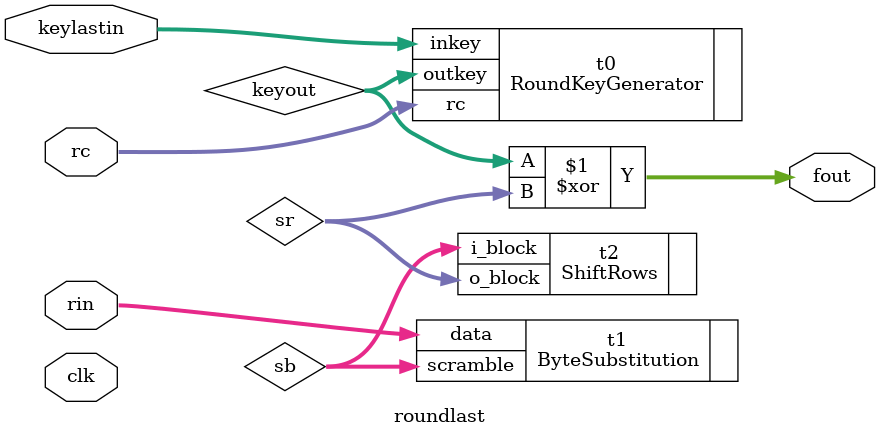
<source format=v>
`timescale 1ns / 1ps


module roundlast(clk,rc,rin,keylastin,fout);
input clk;
input [3:0]rc;
input [127:0]rin;
input [127:0]keylastin;
output [127:0]fout;

wire [127:0] sb,sr,mcl,keyout;

RoundKeyGenerator t0(.rc(rc),.inkey(keylastin),.outkey(keyout));
ByteSubstitution t1(.data(rin),.scramble(sb));
ShiftRows t2(.i_block(sb),.o_block(sr));
assign fout= keyout^sr;

endmodule
</source>
